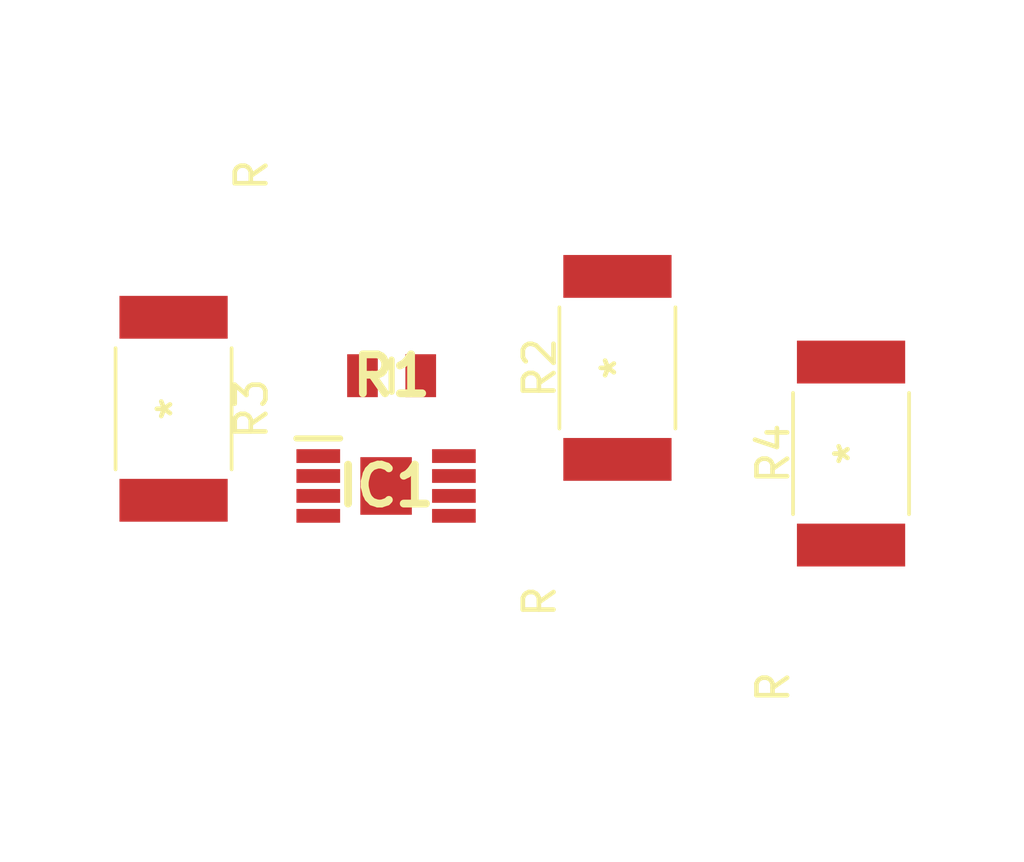
<source format=kicad_pcb>
(kicad_pcb (version 20221018) (generator pcbnew)
  (layers (0 "F.Cu" signal) (31 "B.Cu" signal) (34 "B.Paste" user) (35 "F.Paste" user) (36 "B.SilkS" user "B.Silkscreen") (37 "F.SilkS" user "F.Silkscreen") (38 "B.Mask" user) (39 "F.Mask" user) (44 "Edge.Cuts" user))
  (net 0 "")
  (net 1 "Net-(IC1-SENSE+)")
  (net 2 "GND")
  (net 3 "Net-(IC1-SCL)")
  (net 6 "Net-(IC1-SDA)")
  (net 7 "Net-(IC1-~{AL}{slash}CC)")
  (net 8 "Net-(IC1-SENSE-)")
  (net 10 "3.3V")
  (footprint "Library:CRA2512-FZ-R025ELF" (layer "F.Cu") (at 186.69 75.184 -90)
    (fp_text reference "R4" (at 0 2.54 90) (layer "F.SilkS"))
    (fp_text value "R" (at 7.62 2.54 90) (layer "F.SilkS"))
    (fp_text user "*" (at 0 0 90) (layer "F.SilkS"))
    (fp_line (start -1.97845 1.8923) (end 1.97845 1.8923) (stroke (width 0.12)) (layer "F.SilkS"))
    (fp_line (start 1.97845 -1.8923) (end -1.97845 -1.8923) (stroke (width 0.12)) (layer "F.SilkS"))
    (pad "1" smd rect (at -2.9845 0 270) (size 1.397 3.5306) (layers "F.Cu" "F.Paste" "F.Mask") (net 10 "3.3V"))
    (pad "2" smd rect (at 2.9845 0 270) (size 1.397 3.5306) (layers "F.Cu" "F.Paste" "F.Mask") (net 6 "Net-(IC1-SDA)"))
  )
  (footprint "Library:SOP65P490X110-9N" (layer "F.Cu") (at 171.524 76.241)
    (fp_text reference "IC1" (at 0 0) (layer "F.SilkS") (effects (font (size 1.27 1.27) (thickness 0.254))))
    (fp_text value "LTC2941IMS8E#PBF" hide)
    (fp_line (start -2.925 -1.55) (end -1.5 -1.55) (stroke (width 0.2)) (layer "F.SilkS"))
    (pad "1" smd rect (at -2.212 -0.975 90) (size 0.45 1.425) (layers "F.Cu" "F.Paste" "F.Mask") (net 1 "Net-(IC1-SENSE+)"))
    (pad "2" smd rect (at -2.212 -0.325 90) (size 0.45 1.425) (layers "F.Cu" "F.Paste" "F.Mask") (net 2 "GND"))
    (pad "3" smd rect (at -2.212 0.325 90) (size 0.45 1.425) (layers "F.Cu" "F.Paste" "F.Mask") (net 3 "Net-(IC1-SCL)"))
    (pad "4" smd rect (at -2.212 0.975 90) (size 0.45 1.425) (layers "F.Cu" "F.Paste" "F.Mask"))
    (pad "5" smd rect (at 2.212 0.975 90) (size 0.45 1.425) (layers "F.Cu" "F.Paste" "F.Mask"))
    (pad "6" smd rect (at 2.212 0.325 90) (size 0.45 1.425) (layers "F.Cu" "F.Paste" "F.Mask") (net 6 "Net-(IC1-SDA)"))
    (pad "7" smd rect (at 2.212 -0.325 90) (size 0.45 1.425) (layers "F.Cu" "F.Paste" "F.Mask") (net 7 "Net-(IC1-~{AL}{slash}CC)"))
    (pad "8" smd rect (at 2.212 -0.975 90) (size 0.45 1.425) (layers "F.Cu" "F.Paste" "F.Mask") (net 8 "Net-(IC1-SENSE-)"))
    (pad "9" smd rect (at 0 0) (size 1.68 1.88) (layers "F.Cu" "F.Paste" "F.Mask"))
  )
  (footprint "Library:RESC2012X65N" (layer "F.Cu") (at 171.704 72.644)
    (fp_text reference "R1" (at 0 0) (layer "F.SilkS") (effects (font (size 1.27 1.27) (thickness 0.254))))
    (fp_text value "R" hide)
    (fp_line (start 0 -0.525) (end 0 0.525) (stroke (width 0.2)) (layer "F.SilkS"))
    (pad "1" smd rect (at -0.95 0) (size 1 1.4) (layers "F.Cu" "F.Paste" "F.Mask") (net 1 "Net-(IC1-SENSE+)"))
    (pad "2" smd rect (at 0.95 0) (size 1 1.4) (layers "F.Cu" "F.Paste" "F.Mask") (net 8 "Net-(IC1-SENSE-)"))
  )
  (footprint "Library:CRA2512-FZ-R025ELF" (layer "F.Cu") (at 164.592 73.7235 90)
    (fp_text reference "R3" (at 0 2.54 90) (layer "F.SilkS"))
    (fp_text value "R" (at 7.62 2.54 90) (layer "F.SilkS"))
    (fp_text user "*" (at 0 0 90) (layer "F.SilkS"))
    (fp_line (start -1.97845 1.8923) (end 1.97845 1.8923) (stroke (width 0.12)) (layer "F.SilkS"))
    (fp_line (start 1.97845 -1.8923) (end -1.97845 -1.8923) (stroke (width 0.12)) (layer "F.SilkS"))
    (pad "1" smd rect (at -2.9845 0 90) (size 1.397 3.5306) (layers "F.Cu" "F.Paste" "F.Mask") (net 3 "Net-(IC1-SCL)"))
    (pad "2" smd rect (at 2.9845 0 90) (size 1.397 3.5306) (layers "F.Cu" "F.Paste" "F.Mask") (net 10 "3.3V"))
  )
  (footprint "Library:CRA2512-FZ-R025ELF" (layer "F.Cu") (at 179.07 72.39 -90)
    (fp_text reference "R2" (at 0 2.54 90) (layer "F.SilkS"))
    (fp_text value "R" (at 7.62 2.54 90) (layer "F.SilkS"))
    (fp_text user "*" (at 0 0 90) (layer "F.SilkS"))
    (fp_line (start -1.97845 1.8923) (end 1.97845 1.8923) (stroke (width 0.12)) (layer "F.SilkS"))
    (fp_line (start 1.97845 -1.8923) (end -1.97845 -1.8923) (stroke (width 0.12)) (layer "F.SilkS"))
    (pad "1" smd rect (at -2.9845 0 270) (size 1.397 3.5306) (layers "F.Cu" "F.Paste" "F.Mask") (net 10 "3.3V"))
    (pad "2" smd rect (at 2.9845 0 270) (size 1.397 3.5306) (layers "F.Cu" "F.Paste" "F.Mask") (net 7 "Net-(IC1-~{AL}{slash}CC)"))
  )
  (segment (start 164.734 76.566) (end 164.592 76.708) (width 0) (layer "F.Cu") (net 3))
)
</source>
